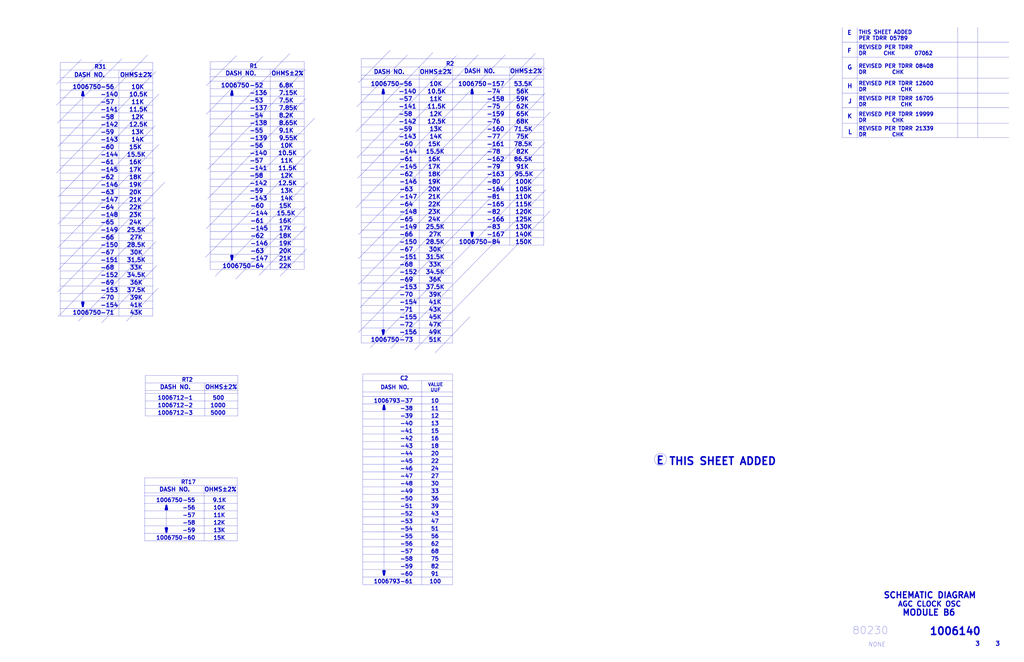
<source format=kicad_sch>
(kicad_sch (version 20211123) (generator eeschema)
  (paper "D")
  (polyline (pts (xy 50.8 152.4) (xy 128.905 152.4)) (stroke (width 0) (type solid)))
  (polyline (pts (xy 50.8 266.7) (xy 128.905 266.7)) (stroke (width 0) (type solid)))
  (polyline (pts (xy 194.945 80.01) (xy 195.58 76.835)) (stroke (width 1.524) (type solid)))
  (polyline (pts (xy 50.8 209.55) (xy 128.905 209.55)) (stroke (width 0) (type solid)))
  (polyline (pts (xy 47.625 146.05) (xy 131.445 60.325)) (stroke (width 0) (type solid)))
  (polyline (pts (xy 140.97 445.77) (xy 140.335 448.945)) (stroke (width 1.524) (type solid)))
  (polyline (pts (xy 177.165 64.77) (xy 256.54 64.77)) (stroke (width 0) (type solid)))
  (polyline (pts (xy 306.07 398.145) (xy 381.635 398.145)) (stroke (width 0) (type solid)))
  (polyline (pts (xy 122.555 316.865) (xy 122.555 351.155)) (stroke (width 0) (type solid)))
  (polyline (pts (xy 257.81 58.42) (xy 175.26 142.875)) (stroke (width 0) (type solid)))
  (polyline (pts (xy 306.07 330.835) (xy 381.635 330.835)) (stroke (width 0) (type solid)))
  (polyline (pts (xy 323.85 342.265) (xy 324.485 345.44)) (stroke (width 1.524) (type solid)))
  (polyline (pts (xy 50.8 69.85) (xy 128.905 69.85)) (stroke (width 0) (type solid)))
  (polyline (pts (xy 824.611 23.114) (xy 824.611 116.205)) (stroke (width 0) (type solid)))
  (polyline (pts (xy 300.99 90.17) (xy 343.535 46.355)) (stroke (width 0) (type solid)))
  (polyline (pts (xy 304.8 213.36) (xy 381 213.36)) (stroke (width 0) (type solid)))
  (polyline (pts (xy 66.04 271.145) (xy 131.445 203.835)) (stroke (width 0) (type solid)))
  (polyline (pts (xy 196.215 215.9) (xy 195.58 219.075)) (stroke (width 1.524) (type solid)))
  (polyline (pts (xy 464.185 94.615) (xy 303.53 259.715)) (stroke (width 0) (type solid)))
  (polyline (pts (xy 177.165 151.13) (xy 256.54 151.13)) (stroke (width 0) (type solid)))
  (polyline (pts (xy 304.8 175.26) (xy 458.47 175.26)) (stroke (width 0) (type solid)))
  (polyline (pts (xy 177.165 214.63) (xy 256.54 214.63)) (stroke (width 0) (type solid)))
  (polyline (pts (xy 381.635 315.595) (xy 306.07 315.595)) (stroke (width 0) (type solid)))
  (polyline (pts (xy 302.26 198.12) (xy 451.485 45.085)) (stroke (width 0) (type solid)))
  (polyline (pts (xy 323.215 481.965) (xy 324.485 481.965)) (stroke (width 1.524) (type solid)))
  (polyline (pts (xy 304.8 56.515) (xy 458.47 56.515)) (stroke (width 0) (type solid)))
  (polyline (pts (xy 304.8 181.61) (xy 458.47 181.61)) (stroke (width 0) (type solid)))
  (polyline (pts (xy 177.165 138.43) (xy 256.54 138.43)) (stroke (width 0) (type solid)))
  (polyline (pts (xy 122.555 323.215) (xy 200.66 323.215)) (stroke (width 0) (type solid)))
  (polyline (pts (xy 130.81 183.515) (xy 48.895 267.335)) (stroke (width 0) (type solid)))
  (polyline (pts (xy 198.755 235.585) (xy 257.81 174.625)) (stroke (width 0) (type solid)))
  (polyline (pts (xy 459.74 142.24) (xy 312.42 293.37)) (stroke (width 0) (type solid)))
  (polyline (pts (xy 710.311 116.205) (xy 850.9 116.205)) (stroke (width 0) (type solid)))
  (polyline (pts (xy 195.58 76.835) (xy 195.58 219.71)) (stroke (width 0) (type solid)))
  (polyline (pts (xy 70.485 255.27) (xy 69.85 258.445)) (stroke (width 1.524) (type solid)))
  (polyline (pts (xy 86.36 50.165) (xy 47.625 88.9)) (stroke (width 0) (type solid)))
  (polyline (pts (xy 133.985 79.375) (xy 48.895 166.37)) (stroke (width 0) (type solid)))
  (polyline (pts (xy 304.8 156.21) (xy 458.47 156.21)) (stroke (width 0) (type solid)))
  (polyline (pts (xy 302.26 280.67) (xy 459.74 120.015)) (stroke (width 0) (type solid)))
  (polyline (pts (xy 305.435 276.86) (xy 381.635 276.86)) (stroke (width 0) (type solid)))
  (polyline (pts (xy 306.07 353.695) (xy 381.635 353.695)) (stroke (width 0) (type solid)))
  (polyline (pts (xy 306.07 467.995) (xy 381.635 467.995)) (stroke (width 0) (type solid)))
  (polyline (pts (xy 304.8 118.11) (xy 458.47 118.11)) (stroke (width 0) (type solid)))
  (polyline (pts (xy 177.165 106.68) (xy 256.54 106.68)) (stroke (width 0) (type solid)))
  (polyline (pts (xy 50.8 190.5) (xy 128.905 190.5)) (stroke (width 0) (type solid)))
  (polyline (pts (xy 50.8 158.75) (xy 128.905 158.75)) (stroke (width 0) (type solid)))
  (polyline (pts (xy 464.185 177.8) (xy 349.885 295.275)) (stroke (width 0) (type solid)))
  (polyline (pts (xy 175.895 115.57) (xy 244.475 45.085)) (stroke (width 0) (type solid)))
  (polyline (pts (xy 304.8 226.06) (xy 381 226.06)) (stroke (width 0) (type solid)))
  (polyline (pts (xy 121.92 415.925) (xy 200.025 415.925)) (stroke (width 0) (type solid)))
  (polyline (pts (xy 256.54 227.33) (xy 256.54 52.07)) (stroke (width 0) (type solid)))
  (polyline (pts (xy 300.99 133.35) (xy 384.81 46.99)) (stroke (width 0) (type solid)))
  (polyline (pts (xy 121.92 403.225) (xy 200.025 403.225)) (stroke (width 0) (type solid)))
  (polyline (pts (xy 48.26 104.14) (xy 102.87 49.53)) (stroke (width 0) (type solid)))
  (polyline (pts (xy 173.99 72.39) (xy 199.39 46.99)) (stroke (width 0) (type solid)))
  (polyline (pts (xy 195.58 219.075) (xy 194.945 215.9)) (stroke (width 1.524) (type solid)))
  (polyline (pts (xy 305.435 270.51) (xy 381.635 270.51)) (stroke (width 0) (type solid)))
  (polyline (pts (xy 304.8 124.46) (xy 458.47 124.46)) (stroke (width 0) (type solid)))
  (polyline (pts (xy 306.07 321.31) (xy 381.635 321.31)) (stroke (width 0) (type solid)))
  (polyline (pts (xy 69.85 78.105) (xy 69.85 259.08)) (stroke (width 0) (type solid)))
  (polyline (pts (xy 710.311 104.14) (xy 850.9 104.14)) (stroke (width 0) (type solid)))
  (polyline (pts (xy 710.311 90.805) (xy 850.9 90.805)) (stroke (width 0) (type solid)))
  (polyline (pts (xy 50.8 234.95) (xy 128.905 234.95)) (stroke (width 0) (type solid)))
  (polyline (pts (xy 50.8 59.055) (xy 128.905 59.055)) (stroke (width 0) (type solid)))
  (polyline (pts (xy 398.78 196.215) (xy 398.145 199.39)) (stroke (width 1.524) (type solid)))
  (polyline (pts (xy 177.165 125.73) (xy 256.54 125.73)) (stroke (width 0) (type solid)))
  (polyline (pts (xy 398.145 199.39) (xy 397.51 196.215)) (stroke (width 1.524) (type solid)))
  (polyline (pts (xy 50.8 184.15) (xy 128.905 184.15)) (stroke (width 0) (type solid)))
  (polyline (pts (xy 723.011 23.114) (xy 723.011 116.205)) (stroke (width 0) (type solid)))
  (polyline (pts (xy 306.07 315.595) (xy 306.07 493.395)) (stroke (width 0) (type solid)))
  (polyline (pts (xy 177.165 52.07) (xy 256.54 52.07)) (stroke (width 0) (type solid)))
  (polyline (pts (xy 304.8 289.56) (xy 381.635 289.56)) (stroke (width 0) (type solid)))
  (polyline (pts (xy 306.07 493.395) (xy 381.635 493.395)) (stroke (width 0) (type solid)))
  (polyline (pts (xy 50.8 127) (xy 128.905 127)) (stroke (width 0) (type solid)))
  (polyline (pts (xy 328.93 42.545) (xy 302.26 69.85)) (stroke (width 0) (type solid)))
  (polyline (pts (xy 322.58 278.765) (xy 323.85 278.765)) (stroke (width 1.524) (type solid)))
  (polyline (pts (xy 70.485 80.645) (xy 69.215 80.645)) (stroke (width 1.524) (type solid)))
  (polyline (pts (xy 323.85 78.74) (xy 322.58 78.74)) (stroke (width 1.524) (type solid)))
  (polyline (pts (xy 329.565 294.005) (xy 460.375 160.02)) (stroke (width 0) (type solid)))
  (polyline (pts (xy 177.165 58.42) (xy 256.54 58.42)) (stroke (width 0) (type solid)))
  (polyline (pts (xy 367.03 297.815) (xy 396.24 267.335)) (stroke (width 0) (type solid)))
  (polyline (pts (xy 124.46 46.355) (xy 48.895 123.825)) (stroke (width 0) (type solid)))
  (polyline (pts (xy 121.92 409.575) (xy 200.025 409.575)) (stroke (width 0) (type solid)))
  (polyline (pts (xy 306.07 480.695) (xy 381.635 480.695)) (stroke (width 0) (type solid)))
  (polyline (pts (xy 121.92 431.165) (xy 200.025 431.165)) (stroke (width 0) (type solid)))
  (polyline (pts (xy 398.145 75.565) (xy 398.145 200.025)) (stroke (width 0) (type solid)))
  (polyline (pts (xy 50.8 52.705) (xy 50.8 266.7)) (stroke (width 0) (type solid)))
  (polyline (pts (xy 323.85 278.765) (xy 323.215 281.94)) (stroke (width 1.524) (type solid)))
  (polyline (pts (xy 306.07 379.095) (xy 381.635 379.095)) (stroke (width 0) (type solid)))
  (polyline (pts (xy 459.74 57.15) (xy 302.26 218.44)) (stroke (width 0) (type solid)))
  (polyline (pts (xy 128.905 52.705) (xy 128.905 266.7)) (stroke (width 0) (type solid)))
  (polyline (pts (xy 177.165 201.93) (xy 256.54 201.93)) (stroke (width 0) (type solid)))
  (polyline (pts (xy 304.8 200.66) (xy 458.47 200.66)) (stroke (width 0) (type solid)))
  (polyline (pts (xy 177.165 176.53) (xy 256.54 176.53)) (stroke (width 0) (type solid)))
  (polyline (pts (xy 304.8 251.46) (xy 381 251.46)) (stroke (width 0) (type solid)))
  (polyline (pts (xy 50.8 88.9) (xy 128.905 88.9)) (stroke (width 0) (type solid)))
  (polyline (pts (xy 323.85 342.265) (xy 323.85 485.775)) (stroke (width 0) (type solid)))
  (polyline (pts (xy 323.215 75.565) (xy 323.85 78.74)) (stroke (width 1.524) (type solid)))
  (polyline (pts (xy 50.8 171.45) (xy 128.905 171.45)) (stroke (width 0) (type solid)))
  (polyline (pts (xy 304.8 187.96) (xy 458.47 187.96)) (stroke (width 0) (type solid)))
  (polyline (pts (xy 381.635 315.595) (xy 381.635 493.395)) (stroke (width 0) (type solid)))
  (polyline (pts (xy 50.8 215.9) (xy 128.905 215.9)) (stroke (width 0) (type solid)))
  (polyline (pts (xy 177.165 163.83) (xy 256.54 163.83)) (stroke (width 0) (type solid)))
  (polyline (pts (xy 177.165 81.28) (xy 256.54 81.28)) (stroke (width 0) (type solid)))
  (polyline (pts (xy 710.311 23.114) (xy 710.311 116.205)) (stroke (width 0) (type solid)))
  (polyline (pts (xy 177.165 93.98) (xy 256.54 93.98)) (stroke (width 0) (type solid)))
  (polyline (pts (xy 139.7 445.77) (xy 140.97 445.77)) (stroke (width 1.524) (type solid)))
  (polyline (pts (xy 258.445 191.135) (xy 218.44 232.41)) (stroke (width 0) (type solid)))
  (polyline (pts (xy 69.85 77.47) (xy 70.485 80.645)) (stroke (width 1.524) (type solid)))
  (polyline (pts (xy 306.07 436.245) (xy 381.635 436.245)) (stroke (width 0) (type solid)))
  (polyline (pts (xy 200.66 316.865) (xy 200.66 351.155)) (stroke (width 0) (type solid)))
  (polyline (pts (xy 172.085 409.575) (xy 172.085 456.565)) (stroke (width 0) (type solid)))
  (polyline (pts (xy 306.07 410.845) (xy 381.635 410.845)) (stroke (width 0) (type solid)))
  (polyline (pts (xy 304.8 105.41) (xy 458.47 105.41)) (stroke (width 0) (type solid)))
  (polyline (pts (xy 306.07 461.645) (xy 381.635 461.645)) (stroke (width 0) (type solid)))
  (polyline (pts (xy 140.335 426.72) (xy 140.97 429.895)) (stroke (width 1.524) (type solid)))
  (polyline (pts (xy 458.47 49.53) (xy 304.8 49.53)) (stroke (width 0) (type solid)))
  (polyline (pts (xy 306.07 429.895) (xy 381.635 429.895)) (stroke (width 0) (type solid)))
  (polyline (pts (xy 69.215 255.27) (xy 70.485 255.27)) (stroke (width 1.524) (type solid)))
  (polyline (pts (xy 710.311 66.04) (xy 850.9 66.04)) (stroke (width 0) (type solid)))
  (polyline (pts (xy 304.8 149.86) (xy 458.47 149.86)) (stroke (width 0) (type solid)))
  (polyline (pts (xy 177.165 119.38) (xy 256.54 119.38)) (stroke (width 0) (type solid)))
  (polyline (pts (xy 306.07 487.045) (xy 381.635 487.045)) (stroke (width 0) (type solid)))
  (polyline (pts (xy 100.33 59.055) (xy 100.33 266.7)) (stroke (width 0) (type solid)))
  (polyline (pts (xy 306.07 391.795) (xy 381.635 391.795)) (stroke (width 0) (type solid)))
  (polyline (pts (xy 50.8 95.25) (xy 128.905 95.25)) (stroke (width 0) (type solid)))
  (polyline (pts (xy 140.97 429.895) (xy 139.7 429.895)) (stroke (width 1.524) (type solid)))
  (polyline (pts (xy 132.08 224.155) (xy 85.725 272.415)) (stroke (width 0) (type solid)))
  (polyline (pts (xy 323.85 485.14) (xy 323.215 481.965)) (stroke (width 1.524) (type solid)))
  (polyline (pts (xy 306.07 423.545) (xy 381.635 423.545)) (stroke (width 0) (type solid)))
  (polyline (pts (xy 306.07 455.295) (xy 381.635 455.295)) (stroke (width 0) (type solid)))
  (polyline (pts (xy 50.8 241.3) (xy 128.905 241.3)) (stroke (width 0) (type solid)))
  (polyline (pts (xy 177.165 144.78) (xy 256.54 144.78)) (stroke (width 0) (type solid)))
  (polyline (pts (xy 122.555 329.565) (xy 200.66 329.565)) (stroke (width 0) (type solid)))
  (polyline (pts (xy 304.8 99.06) (xy 458.47 99.06)) (stroke (width 0) (type solid)))
  (polyline (pts (xy 306.07 385.445) (xy 381.635 385.445)) (stroke (width 0) (type solid)))
  (polyline (pts (xy 177.165 227.33) (xy 256.54 227.33)) (stroke (width 0) (type solid)))
  (polyline (pts (xy 50.8 101.6) (xy 128.905 101.6)) (stroke (width 0) (type solid)))
  (polyline (pts (xy 306.07 360.045) (xy 381.635 360.045)) (stroke (width 0) (type solid)))
  (polyline (pts (xy 304.8 80.01) (xy 458.47 80.01)) (stroke (width 0) (type solid)))
  (polyline (pts (xy 306.07 474.345) (xy 381.635 474.345)) (stroke (width 0) (type solid)))
  (polyline (pts (xy 130.81 106.045) (xy 48.895 189.23)) (stroke (width 0) (type solid)))
  (polyline (pts (xy 175.26 167.64) (xy 257.81 83.185)) (stroke (width 0) (type solid)))
  (polyline (pts (xy 236.22 233.045) (xy 258.445 210.185)) (stroke (width 0) (type solid)))
  (polyline (pts (xy 121.92 437.515) (xy 200.025 437.515)) (stroke (width 0) (type solid)))
  (polyline (pts (xy 50.8 120.65) (xy 128.905 120.65)) (stroke (width 0) (type solid)))
  (polyline (pts (xy 69.85 258.445) (xy 69.215 255.27)) (stroke (width 1.524) (type solid)))
  (polyline (pts (xy 196.215 80.01) (xy 194.945 80.01)) (stroke (width 1.524) (type solid)))
  (polyline (pts (xy 50.8 107.95) (xy 128.905 107.95)) (stroke (width 0) (type solid)))
  (polyline (pts (xy 50.8 165.1) (xy 128.905 165.1)) (stroke (width 0) (type solid)))
  (polyline (pts (xy 177.165 189.23) (xy 256.54 189.23)) (stroke (width 0) (type solid)))
  (polyline (pts (xy 122.555 351.155) (xy 200.66 351.155)) (stroke (width 0) (type solid)))
  (polyline (pts (xy 50.8 146.05) (xy 128.905 146.05)) (stroke (width 0) (type solid)))
  (polyline (pts (xy 177.165 68.58) (xy 256.54 68.58)) (stroke (width 0) (type solid)))
  (polyline (pts (xy 458.47 49.53) (xy 458.47 207.01)) (stroke (width 0) (type solid)))
  (polyline (pts (xy 50.8 228.6) (xy 128.905 228.6)) (stroke (width 0) (type solid)))
  (polyline (pts (xy 172.72 323.215) (xy 172.72 351.155)) (stroke (width 0) (type solid)))
  (polyline (pts (xy 304.8 66.675) (xy 458.47 66.675)) (stroke (width 0) (type solid)))
  (polyline (pts (xy 50.8 203.2) (xy 128.905 203.2)) (stroke (width 0) (type solid)))
  (polyline (pts (xy 177.165 170.18) (xy 256.54 170.18)) (stroke (width 0) (type solid)))
  (polyline (pts (xy 304.8 137.16) (xy 458.47 137.16)) (stroke (width 0) (type solid)))
  (polyline (pts (xy 194.945 215.9) (xy 196.215 215.9)) (stroke (width 1.524) (type solid)))
  (polyline (pts (xy 177.165 100.33) (xy 256.54 100.33)) (stroke (width 0) (type solid)))
  (polyline (pts (xy 128.905 52.705) (xy 50.8 52.705)) (stroke (width 0) (type solid)))
  (polyline (pts (xy 121.92 456.565) (xy 200.025 456.565)) (stroke (width 0) (type solid)))
  (polyline (pts (xy 259.715 153.67) (xy 181.61 233.045)) (stroke (width 0) (type solid)))
  (polyline (pts (xy 398.78 78.74) (xy 397.51 78.74)) (stroke (width 1.524) (type solid)))
  (polyline (pts (xy 140.335 448.945) (xy 139.7 445.77)) (stroke (width 1.524) (type solid)))
  (polyline (pts (xy 710.311 48.26) (xy 850.9 48.26)) (stroke (width 0) (type solid)))
  (polyline (pts (xy 710.311 35.56) (xy 850.9 35.56)) (stroke (width 0) (type solid)))
  (polyline (pts (xy 50.8 254) (xy 128.905 254)) (stroke (width 0) (type solid)))
  (polyline (pts (xy 322.58 78.74) (xy 323.215 75.565)) (stroke (width 1.524) (type solid)))
  (polyline (pts (xy 304.8 130.81) (xy 458.47 130.81)) (stroke (width 0) (type solid)))
  (polyline (pts (xy 177.165 195.58) (xy 256.54 195.58)) (stroke (width 0) (type solid)))
  (polyline (pts (xy 324.485 345.44) (xy 323.215 345.44)) (stroke (width 1.524) (type solid)))
  (polyline (pts (xy 177.165 132.08) (xy 256.54 132.08)) (stroke (width 0) (type solid)))
  (polyline (pts (xy 306.07 347.345) (xy 381.635 347.345)) (stroke (width 0) (type solid)))
  (polyline (pts (xy 177.165 208.28) (xy 256.54 208.28)) (stroke (width 0) (type solid)))
  (polyline (pts (xy 323.215 281.94) (xy 322.58 278.765)) (stroke (width 1.524) (type solid)))
  (polyline (pts (xy 355.6 493.395) (xy 355.6 321.31)) (stroke (width 0) (type solid)))
  (polyline (pts (xy 398.145 75.565) (xy 398.78 78.74)) (stroke (width 1.524) (type solid)))
  (polyline (pts (xy 397.51 196.215) (xy 398.78 196.215)) (stroke (width 1.524) (type solid)))
  (polyline (pts (xy 177.165 182.88) (xy 256.54 182.88)) (stroke (width 0) (type solid)))
  (polyline (pts (xy 304.8 49.53) (xy 304.8 289.56)) (stroke (width 0) (type solid)))
  (polyline (pts (xy 177.165 113.03) (xy 256.54 113.03)) (stroke (width 0) (type solid)))
  (polyline (pts (xy 397.51 78.74) (xy 398.145 75.565)) (stroke (width 1.524) (type solid)))
  (polyline (pts (xy 304.8 194.31) (xy 458.47 194.31)) (stroke (width 0) (type solid)))
  (polyline (pts (xy 130.175 144.78) (xy 49.53 227.33)) (stroke (width 0) (type solid)))
  (polyline (pts (xy 195.58 76.835) (xy 196.215 80.01)) (stroke (width 1.524) (type solid)))
  (polyline (pts (xy 324.485 481.965) (xy 323.85 485.14)) (stroke (width 1.524) (type solid)))
  (polyline (pts (xy 50.8 260.35) (xy 128.905 260.35)) (stroke (width 0) (type solid)))
  (polyline (pts (xy 50.8 114.3) (xy 128.905 114.3)) (stroke (width 0) (type solid)))
  (polyline (pts (xy 106.68 271.145) (xy 133.35 243.205)) (stroke (width 0) (type solid)))
  (polyline (pts (xy 177.165 74.93) (xy 256.54 74.93)) (stroke (width 0) (type solid)))
  (polyline (pts (xy 304.8 92.71) (xy 458.47 92.71)) (stroke (width 0) (type solid)))
  (polyline (pts (xy 304.8 232.41) (xy 381 232.41)) (stroke (width 0) (type solid)))
  (polyline (pts (xy 304.8 162.56) (xy 458.47 162.56)) (stroke (width 0) (type solid)))
  (polyline (pts (xy 121.92 418.465) (xy 200.025 418.465)) (stroke (width 0) (type solid)))
  (polyline (pts (xy 139.7 429.895) (xy 140.335 426.72)) (stroke (width 1.524) (type solid)))
  (polyline (pts (xy 304.8 111.76) (xy 458.47 111.76)) (stroke (width 0) (type solid)))
  (polyline (pts (xy 265.43 99.695) (xy 173.99 193.04)) (stroke (width 0) (type solid)))
  (polyline (pts (xy 306.07 442.595) (xy 381.635 442.595)) (stroke (width 0) (type solid)))
  (polyline (pts (xy 140.335 426.085) (xy 140.335 449.58)) (stroke (width 0) (type solid)))
  (polyline (pts (xy 306.07 334.645) (xy 381.635 334.645)) (stroke (width 0) (type solid)))
  (polyline (pts (xy 304.8 143.51) (xy 458.47 143.51)) (stroke (width 0) (type solid)))
  (polyline (pts (xy 306.07 366.395) (xy 381.635 366.395)) (stroke (width 0) (type solid)))
  (polyline (pts (xy 306.07 404.495) (xy 381.635 404.495)) (stroke (width 0) (type solid)))
  (polyline (pts (xy 304.8 168.91) (xy 458.47 168.91)) (stroke (width 0) (type solid)))
  (polyline (pts (xy 304.8 257.81) (xy 381 257.81)) (stroke (width 0) (type solid)))
  (polyline (pts (xy 305.435 283.21) (xy 381.635 283.21)) (stroke (width 0) (type solid)))
  (polyline (pts (xy 304.8 63.5) (xy 458.47 63.5)) (stroke (width 0) (type solid)))
  (polyline (pts (xy 304.8 207.01) (xy 458.47 207.01)) (stroke (width 0) (type solid)))
  (polyline (pts (xy 306.07 340.995) (xy 381.635 340.995)) (stroke (width 0) (type solid)))
  (polyline (pts (xy 323.215 345.44) (xy 323.85 342.265)) (stroke (width 1.524) (type solid)))
  (polyline (pts (xy 50.8 139.7) (xy 128.905 139.7)) (stroke (width 0) (type solid)))
  (polyline (pts (xy 304.8 73.66) (xy 458.47 73.66)) (stroke (width 0) (type solid)))
  (polyline (pts (xy 306.07 417.195) (xy 381.635 417.195)) (stroke (width 0) (type solid)))
  (polyline (pts (xy 426.085 46.355) (xy 300.355 175.26)) (stroke (width 0) (type solid)))
  (polyline (pts (xy 48.895 246.38) (xy 139.065 153.67)) (stroke (width 0) (type solid)))
  (polyline (pts (xy 306.07 372.745) (xy 381.635 372.745)) (stroke (width 0) (type solid)))
  (polyline (pts (xy 121.92 450.215) (xy 200.025 450.215)) (stroke (width 0) (type solid)))
  (polyline (pts (xy 227.965 58.42) (xy 227.965 227.33)) (stroke (width 0) (type solid)))
  (polyline (pts (xy 200.025 403.225) (xy 200.025 456.565)) (stroke (width 0) (type solid)))
  (polyline (pts (xy 122.555 332.105) (xy 200.66 332.105)) (stroke (width 0) (type solid)))
  (polyline (pts (xy 50.8 82.55) (xy 128.905 82.55)) (stroke (width 0) (type solid)))
  (polyline (pts (xy 122.555 316.865) (xy 200.66 316.865)) (stroke (width 0) (type solid)))
  (polyline (pts (xy 122.555 338.455) (xy 200.66 338.455)) (stroke (width 0) (type solid)))
  (polyline (pts (xy 50.8 247.65) (xy 128.905 247.65)) (stroke (width 0) (type solid)))
  (polyline (pts (xy 50.8 76.2) (xy 128.905 76.2)) (stroke (width 0) (type solid)))
  (polyline (pts (xy 69.215 80.645) (xy 69.85 77.47)) (stroke (width 1.524) (type solid)))
  (polyline (pts (xy 121.92 443.865) (xy 200.025 443.865)) (stroke (width 0) (type solid)))
  (polyline (pts (xy 177.165 52.07) (xy 177.165 227.33)) (stroke (width 0) (type solid)))
  (polyline (pts (xy 429.895 56.515) (xy 429.895 207.01)) (stroke (width 0) (type solid)))
  (polyline (pts (xy 122.555 344.805) (xy 200.66 344.805)) (stroke (width 0) (type solid)))
  (polyline (pts (xy 304.8 245.11) (xy 381 245.11)) (stroke (width 0) (type solid)))
  (polyline (pts (xy 710.311 78.74) (xy 850.9 78.74)) (stroke (width 0) (type solid)))
  (polyline (pts (xy 121.92 424.815) (xy 200.025 424.815)) (stroke (width 0) (type solid)))
  (polyline (pts (xy 177.165 157.48) (xy 256.54 157.48)) (stroke (width 0) (type solid)))
  (polyline (pts (xy 807.72 23.114) (xy 807.72 116.205)) (stroke (width 0) (type solid)))
  (polyline (pts (xy 50.8 196.85) (xy 128.905 196.85)) (stroke (width 0) (type solid)))
  (polyline (pts (xy 50.8 177.8) (xy 128.905 177.8)) (stroke (width 0) (type solid)))
  (polyline (pts (xy 304.8 219.71) (xy 381 219.71)) (stroke (width 0) (type solid)))
  (polyline (pts (xy 323.215 75.565) (xy 323.215 282.575)) (stroke (width 0) (type solid)))
  (polyline (pts (xy 353.695 56.515) (xy 353.695 289.56)) (stroke (width 0) (type solid)))
  (polyline (pts (xy 306.07 448.945) (xy 381.635 448.945)) (stroke (width 0) (type solid)))
  (polyline (pts (xy 50.8 65.405) (xy 128.905 65.405)) (stroke (width 0) (type solid)))
  (polyline (pts (xy 50.8 222.25) (xy 128.905 222.25)) (stroke (width 0) (type solid)))
  (polyline (pts (xy 302.26 240.03) (xy 459.74 78.74)) (stroke (width 0) (type solid)))
  (polyline (pts (xy 177.165 220.98) (xy 256.54 220.98)) (stroke (width 0) (type solid)))
  (polyline (pts (xy 304.8 86.36) (xy 458.47 86.36)) (stroke (width 0) (type solid)))
  (polyline (pts (xy 50.8 133.35) (xy 128.905 133.35)) (stroke (width 0) (type solid)))
  (polyline (pts (xy 121.92 403.225) (xy 121.92 456.565)) (stroke (width 0) (type solid)))
  (polyline (pts (xy 403.225 46.355) (xy 301.625 150.495)) (stroke (width 0) (type solid)))
  (polyline (pts (xy 381.635 56.515) (xy 381.635 289.56)) (stroke (width 0) (type solid)))
  (polyline (pts (xy 48.895 208.915) (xy 133.985 121.92)) (stroke (width 0) (type solid)))
  (polyline (pts (xy 304.8 238.76) (xy 381 238.76)) (stroke (width 0) (type solid)))
  (polyline (pts (xy 304.8 264.16) (xy 381 264.16)) (stroke (width 0) (type solid)))
  (polyline (pts (xy 221.615 47.625) (xy 173.99 96.52)) (stroke (width 0) (type solid)))
  (polyline (pts (xy 173.355 217.17) (xy 262.255 126.365)) (stroke (width 0) (type solid)))
  (polyline (pts (xy 365.125 44.45) (xy 300.355 111.125)) (stroke (width 0) (type solid)))
  (polyline (pts (xy 47.625 71.12) (xy 68.58 50.165)) (stroke (width 0) (type solid)))
  (polyline (pts (xy 177.165 87.63) (xy 256.54 87.63)) (stroke (width 0) (type solid)))
  (text "-156" (at 336.55 282.575 0) (effects (font (size 3.556 3.556) (thickness 0.7112) bold) (justify left bottom)))
  (text "-69" (at 336.55 238.125 0) (effects (font (size 3.556 3.556) (thickness 0.7112) bold) (justify left bottom)))
  (text "-58" (at 153.67 443.23 0) (effects (font (size 3.302 3.302) (thickness 0.6604) bold) (justify left bottom)))
  (text "-55" (at 337.185 454.66 0) (effects (font (size 3.302 3.302) (thickness 0.6604) bold) (justify left bottom)))
  (text "-71" (at 84.455 266.065 0) (effects (font (size 3.556 3.556) (thickness 0.7112) bold) (justify left bottom)))
  (text "REVISED PER TDRR 12600\nDR            CHK" (at 723.9 77.47 0) (effects (font (size 3.175 3.175) (thickness 0.635) bold) (justify left bottom)))
  (text "-70" (at 336.55 250.825 0) (effects (font (size 3.556 3.556) (thickness 0.7112) bold) (justify left bottom)))
  (text "-77" (at 410.21 117.475 0) (effects (font (size 3.556 3.556) (thickness 0.7112) bold) (justify left bottom)))
  (text "-57" (at 335.915 85.725 0) (effects (font (size 3.556 3.556) (thickness 0.7112) bold) (justify left bottom)))
  (text "12K" (at 361.95 98.425 0) (effects (font (size 3.556 3.556) (thickness 0.7112) bold) (justify left bottom)))
  (text "-61" (at 210.82 188.595 0) (effects (font (size 3.556 3.556) (thickness 0.7112) bold) (justify left bottom)))
  (text "-53" (at 210.185 86.995 0) (effects (font (size 3.556 3.556) (thickness 0.7112) bold) (justify left bottom)))
  (text "11.5K" (at 234.315 144.145 0) (effects (font (size 3.556 3.556) (thickness 0.7112) bold) (justify left bottom)))
  (text "-65" (at 336.55 187.325 0) (effects (font (size 3.556 3.556) (thickness 0.7112) bold) (justify left bottom)))
  (text "-62" (at 336.55 149.225 0) (effects (font (size 3.556 3.556) (thickness 0.7112) bold) (justify left bottom)))
  (text "45K" (at 361.315 269.875 0) (effects (font (size 3.556 3.556) (thickness 0.7112) bold) (justify left bottom)))
  (text "15.5K" (at 233.045 182.245 0) (effects (font (size 3.556 3.556) (thickness 0.7112) bold) (justify left bottom)))
  (text "24K" (at 108.585 189.865 0) (effects (font (size 3.556 3.556) (thickness 0.7112) bold) (justify left bottom)))
  (text "-167" (at 410.21 200.025 0) (effects (font (size 3.556 3.556) (thickness 0.7112) bold) (justify left bottom)))
  (text "68" (at 363.22 467.36 0) (effects (font (size 3.302 3.302) (thickness 0.6604) bold) (justify left bottom)))
  (text "10.5K" (at 108.585 81.915 0) (effects (font (size 3.556 3.556) (thickness 0.7112) bold) (justify left bottom)))
  (text "33K" (at 361.315 225.425 0) (effects (font (size 3.556 3.556) (thickness 0.7112) bold) (justify left bottom)))
  (text "-140" (at 335.915 79.375 0) (effects (font (size 3.556 3.556) (thickness 0.7112) bold) (justify left bottom)))
  (text "-52" (at 337.185 435.61 0) (effects (font (size 3.302 3.302) (thickness 0.6604) bold) (justify left bottom)))
  (text "91K" (at 434.975 142.875 0) (effects (font (size 3.556 3.556) (thickness 0.7112) bold) (justify left bottom)))
  (text "REVISED PER TDRR 21339\nDR         CHK" (at 723.9 115.57 0) (effects (font (size 3.175 3.175) (thickness 0.635) bold) (justify left bottom)))
  (text "21K" (at 108.585 170.815 0) (effects (font (size 3.556 3.556) (thickness 0.7112) bold) (justify left bottom)))
  (text "-37" (at 337.185 340.36 0) (effects (font (size 3.302 3.302) (thickness 0.6604) bold) (justify left bottom)))
  (text "62K" (at 434.975 92.075 0) (effects (font (size 3.556 3.556) (thickness 0.7112) bold) (justify left bottom)))
  (text "THIS SHEET ADDED" (at 563.88 393.065 0) (effects (font (size 6.35 6.35) (thickness 1.27) bold) (justify left bottom)))
  (text "R1" (at 210.185 57.785 0) (effects (font (size 3.302 3.302) (thickness 0.6604) bold) (justify left bottom)))
  (text "-136" (at 210.185 80.645 0) (effects (font (size 3.556 3.556) (thickness 0.7112) bold) (justify left bottom)))
  (text "-58" (at 337.185 473.71 0) (effects (font (size 3.302 3.302) (thickness 0.6604) bold) (justify left bottom)))
  (text "1000" (at 177.165 344.17 0) (effects (font (size 3.302 3.302) (thickness 0.6604) bold) (justify left bottom)))
  (text "10K" (at 361.95 73.025 0) (effects (font (size 3.556 3.556) (thickness 0.7112) bold) (justify left bottom)))
  (text "12.5K" (at 108.585 107.315 0) (effects (font (size 3.556 3.556) (thickness 0.7112) bold) (justify left bottom)))
  (text "-60" (at 210.82 175.895 0) (effects (font (size 3.556 3.556) (thickness 0.7112) bold) (justify left bottom)))
  (text "-43" (at 337.185 378.46 0) (effects (font (size 3.302 3.302) (thickness 0.6604) bold) (justify left bottom)))
  (text "51K" (at 361.315 288.925 0) (effects (font (size 3.556 3.556) (thickness 0.7112) bold) (justify left bottom)))
  (text "82K" (at 434.975 130.175 0) (effects (font (size 3.556 3.556) (thickness 0.7112) bold) (justify left bottom)))
  (text "DASH NO." (at 314.96 62.865 0) (effects (font (size 3.556 3.556) (thickness 0.7112) bold) (justify left bottom)))
  (text "-142" (at 84.455 107.315 0) (effects (font (size 3.556 3.556) (thickness 0.7112) bold) (justify left bottom)))
  (text "-147" (at 84.455 170.815 0) (effects (font (size 3.556 3.556) (thickness 0.7112) bold) (justify left bottom)))
  (text "33" (at 363.22 416.56 0) (effects (font (size 3.302 3.302) (thickness 0.6604) bold) (justify left bottom)))
  (text "-69" (at 84.455 240.665 0) (effects (font (size 3.556 3.556) (thickness 0.7112) bold) (justify left bottom)))
  (text "-137" (at 210.185 93.345 0) (effects (font (size 3.556 3.556) (thickness 0.7112) bold) (justify left bottom)))
  (text "-44" (at 337.185 384.81 0) (effects (font (size 3.302 3.302) (thickness 0.6604) bold) (justify left bottom)))
  (text "K" (at 714.375 100.33 0) (effects (font (size 3.556 3.556) (thickness 0.7112) bold) (justify left bottom)))
  (text "-56" (at 153.67 430.53 0) (effects (font (size 3.302 3.302) (thickness 0.6604) bold) (justify left bottom)))
  (text "-60" (at 336.55 123.825 0) (effects (font (size 3.556 3.556) (thickness 0.7112) bold) (justify left bottom)))
  (text "115K" (at 434.34 174.625 0) (effects (font (size 3.556 3.556) (thickness 0.7112) bold) (justify left bottom)))
  (text "-59" (at 335.915 111.125 0) (effects (font (size 3.556 3.556) (thickness 0.7112) bold) (justify left bottom)))
  (text "-148" (at 84.455 183.515 0) (effects (font (size 3.556 3.556) (thickness 0.7112) bold) (justify left bottom)))
  (text "31.5K" (at 106.68 221.615 0) (effects (font (size 3.556 3.556) (thickness 0.7112) bold) (justify left bottom)))
  (text "78.5K" (at 433.07 123.825 0) (effects (font (size 3.556 3.556) (thickness 0.7112) bold) (justify left bottom)))
  (text "1006750" (at 60.96 75.565 0) (effects (font (size 3.556 3.556) (thickness 0.7112) bold) (justify left bottom)))
  (text "-71" (at 336.55 263.525 0) (effects (font (size 3.556 3.556) (thickness 0.7112) bold) (justify left bottom)))
  (text "11.5K" (at 108.585 94.615 0) (effects (font (size 3.556 3.556) (thickness 0.7112) bold) (justify left bottom)))
  (text "65K" (at 434.975 98.425 0) (effects (font (size 3.556 3.556) (thickness 0.7112) bold) (justify left bottom)))
  (text "E" (at 553.085 392.43 0) (effects (font (size 6.35 6.35) (thickness 1.27) bold) (justify left bottom)))
  (text "15.5K" (at 106.68 132.715 0) (effects (font (size 3.556 3.556) (thickness 0.7112) bold) (justify left bottom)))
  (text "-141" (at 335.915 92.075 0) (effects (font (size 3.556 3.556) (thickness 0.7112) bold) (justify left bottom)))
  (text "18K" (at 108.585 151.765 0) (effects (font (size 3.556 3.556) (thickness 0.7112) bold) (justify left bottom)))
  (text "-67" (at 336.55 212.725 0) (effects (font (size 3.556 3.556) (thickness 0.7112) bold) (justify left bottom)))
  (text "-151" (at 84.455 221.615 0) (effects (font (size 3.556 3.556) (thickness 0.7112) bold) (justify left bottom)))
  (text "DASH NO." (at 320.675 328.93 0) (effects (font (size 3.302 3.302) (thickness 0.6604) bold) (justify left bottom)))
  (text "DASH NO." (at 133.985 415.29 0) (effects (font (size 3.556 3.556) (thickness 0.7112) bold) (justify left bottom)))
  (text "15.5K" (at 358.775 130.175 0) (effects (font (size 3.556 3.556) (thickness 0.7112) bold) (justify left bottom)))
  (text "◯" (at 549.91 394.335 0) (effects (font (size 10.16 10.16)) (justify left bottom)))
  (text "-143" (at 84.455 120.015 0) (effects (font (size 3.556 3.556) (thickness 0.7112) bold) (justify left bottom)))
  (text "56" (at 363.22 454.66 0) (effects (font (size 3.302 3.302) (thickness 0.6604) bold) (justify left bottom)))
  (text "-148" (at 336.55 180.975 0) (effects (font (size 3.556 3.556) (thickness 0.7112) bold) (justify left bottom)))
  (text "-54" (at 210.185 99.695 0) (effects (font (size 3.556 3.556) (thickness 0.7112) bold) (justify left bottom)))
  (text "12K" (at 110.49 100.965 0) (effects (font (size 3.556 3.556) (thickness 0.7112) bold) (justify left bottom)))
  (text "10.5K" (at 360.045 79.375 0) (effects (font (size 3.556 3.556) (thickness 0.7112) bold) (justify left bottom)))
  (text "-149" (at 84.455 196.215 0) (effects (font (size 3.556 3.556) (thickness 0.7112) bold) (justify left bottom)))
  (text "1006750" (at 131.445 455.93 0) (effects (font (size 3.302 3.302) (thickness 0.6604) bold) (justify left bottom)))
  (text "-78" (at 410.21 130.175 0) (effects (font (size 3.556 3.556) (thickness 0.7112) bold) (justify left bottom)))
  (text "-144" (at 84.455 132.715 0) (effects (font (size 3.556 3.556) (thickness 0.7112) bold) (justify left bottom)))
  (text "500" (at 179.07 337.82 0) (effects (font (size 3.302 3.302) (thickness 0.6604) bold) (justify left bottom)))
  (text "-162" (at 410.21 136.525 0) (effects (font (size 3.556 3.556) (thickness 0.7112) bold) (justify left bottom)))
  (text "-59" (at 337.185 480.06 0) (effects (font (size 3.302 3.302) (thickness 0.6604) bold) (justify left bottom)))
  (text "13K" (at 236.22 163.195 0) (effects (font (size 3.556 3.556) (thickness 0.7112) bold) (justify left bottom)))
  (text "-53" (at 337.185 441.96 0) (effects (font (size 3.302 3.302) (thickness 0.6604) bold) (justify left bottom)))
  (text "-138" (at 210.185 106.045 0) (effects (font (size 3.556 3.556) (thickness 0.7112) bold) (justify left bottom)))
  (text "1006712-3" (at 132.715 350.52 0) (effects (font (size 3.302 3.302) (thickness 0.6604) bold) (justify left bottom)))
  (text "-70" (at 84.455 253.365 0) (effects (font (size 3.556 3.556) (thickness 0.7112) bold) (justify left bottom)))
  (text "140K" (at 434.34 200.025 0) (effects (font (size 3.556 3.556) (thickness 0.7112) bold) (justify left bottom)))
  (text "RT2" (at 153.035 322.58 0) (effects (font (size 3.302 3.302) (thickness 0.6604) bold) (justify left bottom)))
  (text "DASH NO." (at 391.16 62.23 0) (effects (font (size 3.556 3.556) (thickness 0.7112) bold) (justify left bottom)))
  (text "-47" (at 337.185 403.86 0) (effects (font (size 3.302 3.302) (thickness 0.6604) bold) (justify left bottom)))
  (text "12.5K" (at 234.315 156.845 0) (effects (font (size 3.556 3.556) (thickness 0.7112) bold) (justify left bottom)))
  (text "-45" (at 337.185 391.16 0) (effects (font (size 3.302 3.302) (thickness 0.6604) bold) (justify left bottom)))
  (text "20" (at 363.22 384.81 0) (effects (font (size 3.302 3.302) (thickness 0.6604) bold) (justify left bottom)))
  (text "-146" (at 210.82 207.645 0) (effects (font (size 3.556 3.556) (thickness 0.7112) bold) (justify left bottom)))
  (text "1006750" (at 60.96 266.065 0) (effects (font (size 3.556 3.556) (thickness 0.7112) bold) (justify left bottom)))
  (text "37.5K" (at 358.775 244.475 0) (effects (font (size 3.556 3.556) (thickness 0.7112) bold) (justify left bottom)))
  (text "-46" (at 337.185 397.51 0) (effects (font (size 3.302 3.302) (thickness 0.6604) bold) (justify left bottom)))
  (text "1006750" (at 386.08 73.025 0) (effects (font (size 3.556 3.556) (thickness 0.7112) bold) (justify left bottom)))
  (text "28.5K" (at 106.68 208.915 0) (effects (font (size 3.556 3.556) (thickness 0.7112) bold) (justify left bottom)))
  (text "-145" (at 210.82 194.945 0) (effects (font (size 3.556 3.556) (thickness 0.7112) bold) (justify left bottom)))
  (text "16" (at 363.22 372.11 0) (effects (font (size 3.302 3.302) (thickness 0.6604) bold) (justify left bottom)))
  (text "DASH NO." (at 189.865 64.135 0) (effects (font (size 3.556 3.556) (thickness 0.7112) bold) (justify left bottom)))
  (text "14K" (at 236.22 169.545 0) (effects (font (size 3.556 3.556) (thickness 0.7112) bold) (justify left bottom)))
  (text "-142" (at 335.915 104.775 0) (effects (font (size 3.556 3.556) (thickness 0.7112) bold) (justify left bottom)))
  (text "-83" (at 410.21 193.675 0) (effects (font (size 3.556 3.556) (thickness 0.7112) bold) (justify left bottom)))
  (text "100K" (at 434.34 155.575 0) (effects (font (size 3.556 3.556) (thickness 0.7112) bold) (justify left bottom)))
  (text "-60" (at 153.67 455.93 0) (effects (font (size 3.302 3.302) (thickness 0.6604) bold) (justify left bottom)))
  (text "C2" (at 337.185 321.31 0) (effects (font (size 3.302 3.302) (thickness 0.6604) bold) (justify left bottom)))
  (text "8.65K" (at 234.95 106.045 0) (effects (font (size 3.556 3.556) (thickness 0.7112) bold) (justify left bottom)))
  (text "-51" (at 337.185 429.26 0) (effects (font (size 3.302 3.302) (thickness 0.6604) bold) (justify left bottom)))
  (text "-49" (at 337.185 416.56 0) (effects (font (size 3.302 3.302) (thickness 0.6604) bold) (justify left bottom)))
  (text "82" (at 363.22 480.06 0) (effects (font (size 3.302 3.302) (thickness 0.6604) bold) (justify left bottom)))
  (text "DASH NO." (at 134.62 328.93 0) (effects (font (size 3.556 3.556) (thickness 0.7112) bold) (justify left bottom)))
  (text "E" (at 714.375 29.845 0) (effects (font (size 3.556 3.556) (thickness 0.7112) bold) (justify left bottom)))
  (text "-160" (at 410.21 111.125 0) (effects (font (size 3.556 3.556) (thickness 0.7112) bold) (justify left bottom)))
  (text "75" (at 363.22 473.71 0) (effects (font (size 3.302 3.302) (thickness 0.6604) bold) (justify left bottom)))
  (text "22K" (at 360.68 174.625 0) (effects (font (size 3.556 3.556) (thickness 0.7112) bold) (justify left bottom)))
  (text "13" (at 363.22 359.41 0) (effects (font (size 3.302 3.302) (thickness 0.6604) bold) (justify left bottom)))
  (text "17K" (at 360.68 142.875 0) (effects (font (size 3.556 3.556) (thickness 0.7112) bold) (justify left bottom)))
  (text "-146" (at 84.455 158.115 0) (effects (font (size 3.556 3.556) (thickness 0.7112) bold) (justify left bottom)))
  (text "16K" (at 360.68 136.525 0) (effects (font (size 3.556 3.556) (thickness 0.7112) bold) (justify left bottom)))
  (text "9.55K" (at 234.95 118.745 0) (effects (font (size 3.556 3.556) (thickness 0.7112) bold) (justify left bottom)))
  (text "SCHEMATIC DIAGRAM" (at 744.855 505.46 0) (effects (font (size 5.08 5.08) (thickness 1.016) bold) (justify left bottom)))
  (text "53.5K" (at 433.07 73.025 0) (effects (font (size 3.556 3.556) (thickness 0.7112) bold) (justify left bottom)))
  (text "OHMS±2%" (at 100.965 65.405 0) (effects (font (size 3.556 3.556) (thickness 0.7112) bold) (justify left bottom)))
  (text "39K" (at 361.315 250.825 0) (effects (font (size 3.556 3.556) (thickness 0.7112) bold) (justify left bottom)))
  (text "10K" (at 110.49 75.565 0) (effects (font (size 3.556 3.556) (thickness 0.7112) bold) (justify left bottom)))
  (text "-41" (at 337.185 365.76 0) (effects (font (size 3.302 3.302) (thickness 0.6604) bold) (justify left bottom)))
  (text "36K" (at 361.315 238.125 0) (effects (font (size 3.556 3.556) (thickness 0.7112) bold) (justify left bottom)))
  (text "1006750" (at 186.055 74.295 0) (effects (font (size 3.556 3.556) (thickness 0.7112) bold) (justify left bottom)))
  (text "11" (at 363.22 346.71 0) (effects (font (size 3.302 3.302) (thickness 0.6604) bold) (justify left bottom)))
  (text "-58" (at 84.455 100.965 0) (effects (font (size 3.556 3.556) (thickness 0.7112) bold) (justify left bottom)))
  (text "100" (at 361.95 492.76 0) (effects (font (size 3.302 3.302) (thickness 0.6604) bold) (justify left bottom)))
  (text "14K" (at 361.95 117.475 0) (effects (font (size 3.556 3.556) (thickness 0.7112) bold) (justify left bottom)))
  (text "-60" (at 84.455 126.365 0) (effects (font (size 3.556 3.556) (thickness 0.7112) bold) (justify left bottom)))
  (text "10K" (at 179.705 430.53 0) (effects (font (size 3.302 3.302) (thickness 0.6604) bold) (justify left bottom)))
  (text "10" (at 363.22 340.36 0) (effects (font (size 3.302 3.302) (thickness 0.6604) bold) (justify left bottom)))
  (text "-58" (at 210.185 150.495 0) (effects (font (size 3.556 3.556) (thickness 0.7112) bold) (justify left bottom)))
  (text "07062" (at 770.89 46.99 0) (effects (font (size 3.175 3.175) (thickness 0.635) bold) (justify left bottom)))
  (text "18" (at 363.22 378.46 0) (effects (font (size 3.302 3.302) (thickness 0.6604) bold) (justify left bottom)))
  (text "-60" (at 337.185 486.41 0) (effects (font (size 3.302 3.302) (thickness 0.6604) bold) (justify left bottom)))
  (text "-144" (at 210.82 182.245 0) (effects (font (size 3.556 3.556) (thickness 0.7112) bold) (justify left bottom)))
  (text "80230" (at 718.82 535.94 0) (effects (font (size 6.35 6.35)) (justify left bottom)))
  (text "-39" (at 337.185 353.06 0) (effects (font (size 3.302 3.302) (thickness 0.6604) bold) (justify left bottom)))
  (text "-59" (at 210.185 163.195 0) (effects (font (size 3.556 3.556) (thickness 0.7112) bold) (justify left bottom)))
  (text "OHMS±2%" (at 353.695 62.865 0) (effects (font (size 3.556 3.556) (thickness 0.7112) bold) (justify left bottom)))
  (text "-50" (at 337.185 422.91 0) (effects (font (size 3.302 3.302) (thickness 0.6604) bold) (justify left bottom)))
  (text "12K" (at 179.705 443.23 0) (effects (font (size 3.302 3.302) (thickness 0.6604) bold) (justify left bottom)))
  (text "56K" (at 434.975 79.375 0) (effects (font (size 3.556 3.556) (thickness 0.7112) bold) (justify left bottom)))
  (text "51" (at 363.22 448.31 0) (effects (font (size 3.302 3.302) (thickness 0.6604) bold) (justify left bottom)))
  (text "-40" (at 337.185 359.41 0) (effects (font (size 3.302 3.302) (thickness 0.6604) bold) (justify left bottom)))
  (text "10K" (at 236.22 125.095 0) (effects (font (size 3.556 3.556) (thickness 0.7112) bold) (justify left bottom)))
  (text "H" (at 714.375 74.93 0) (effects (font (size 3.556 3.556) (thickness 0.7112) bold) (justify left bottom)))
  (text "OHMS±2%" (at 228.6 64.135 0) (effects (font (size 3.556 3.556) (thickness 0.7112) bold) (justify left bottom)))
  (text "-68" (at 336.55 225.425 0) (effects (font (size 3.556 3.556) (thickness 0.7112) bold) (justify left bottom)))
  (text "-164" (at 410.21 161.925 0) (effects (font (size 3.556 3.556) (thickness 0.7112) bold) (justify left bottom)))
  (text "37.5K" (at 106.68 247.015 0) (effects (font (size 3.556 3.556) (thickness 0.7112) bold) (justify left bottom)))
  (text "27K" (at 109.22 202.565 0) (effects (font (size 3.556 3.556) (thickness 0.7112) bold) (justify left bottom)))
  (text "16K" (at 234.95 188.595 0) (effects (font (size 3.556 3.556) (thickness 0.7112) bold) (justify left bottom)))
  (text "7.5K" (at 234.95 86.995 0) (effects (font (size 3.556 3.556) (thickness 0.7112) bold) (justify left bottom)))
  (text "REVISED PER TDRR 16705\nDR            CHK" (at 723.9 90.17 0) (effects (font (size 3.175 3.175) (thickness 0.635) bold) (justify left bottom)))
  (text "-163" (at 410.21 149.225 0) (effects (font (size 3.556 3.556) (thickness 0.7112) bold) (justify left bottom)))
  (text "-48" (at 337.185 410.21 0) (effects (font (size 3.302 3.302) (thickness 0.6604) bold) (justify left bottom)))
  (text "RT17" (at 152.4 408.94 0) (effects (font (size 3.302 3.302) (thickness 0.6604) bold) (justify left bottom)))
  (text "12K" (at 236.22 150.495 0) (effects (font (size 3.556 3.556) (thickness 0.7112) bold) (justify left bottom)))
  (text "-64" (at 210.82 226.695 0) (effects (font (size 3.556 3.556) (thickness 0.7112) bold) (justify left bottom)))
  (text "-75" (at 410.21 92.075 0) (effects (font (size 3.556 3.556) (thickness 0.7112) bold) (justify left bottom)))
  (text "120K" (at 434.34 180.975 0) (effects (font (size 3.556 3.556) (thickness 0.7112) bold) (justify left bottom)))
  (text "30K" (at 361.315 212.725 0) (effects (font (size 3.556 3.556) (thickness 0.7112) bold) (justify left bottom)))
  (text "-61" (at 336.55 136.525 0) (effects (font (size 3.556 3.556) (thickness 0.7112) bold) (justify left bottom)))
  (text "-144" (at 336.55 130.175 0) (effects (font (size 3.556 3.556) (thickness 0.7112) bold) (justify left bottom)))
  (text "17K" (at 234.95 194.945 0) (effects (font (size 3.556 3.556) (thickness 0.7112) bold) (justify left bottom)))
  (text "-63" (at 210.82 213.995 0) (effects (font (size 3.556 3.556) (thickness 0.7112) bold) (justify left bottom)))
  (text "-56" (at 335.915 73.025 0) (effects (font (size 3.556 3.556) (thickness 0.7112) bold) (justify left bottom)))
  (text "68K" (at 434.975 104.775 0) (effects (font (size 3.556 3.556) (thickness 0.7112) bold) (justify left bottom)))
  (text "-67" (at 84.455 215.265 0) (effects (font (size 3.556 3.556) (thickness 0.7112) bold) (justify left bottom)))
  (text "-154" (at 336.55 257.175 0) (effects (font (size 3.556 3.556) (thickness 0.7112) bold) (justify left bottom)))
  (text "-73" (at 336.55 288.925 0) (effects (font (size 3.556 3.556) (thickness 0.7112) bold) (justify left bottom)))
  (text "1006750" (at 187.325 226.695 0) (effects (font (size 3.556 3.556) (thickness 0.7112) bold) (justify left bottom)))
  (text "-61" (at 337.185 492.76 0) (effects (font (size 3.302 3.302) (thickness 0.6604) bold) (justify left bottom)))
  (text "-57" (at 84.455 88.265 0) (effects (font (size 3.556 3.556) (thickness 0.7112) bold) (justify left bottom)))
  (text "22K" (at 234.95 226.695 0) (effects (font (size 3.556 3.556) (thickness 0.7112) bold) (justify left bottom)))
  (text "47K" (at 361.315 276.225 0) (effects (font (size 3.556 3.556) (thickness 0.7112) bold) (justify left bottom)))
  (text "-63" (at 336.55 161.925 0) (effects (font (size 3.556 3.556) (thickness 0.7112) bold) (justify left bottom)))
  (text "-62" (at 210.82 201.295 0) (effects (font (size 3.556 3.556) (thickness 0.7112) bold) (justify left bottom)))
  (text "30K" (at 109.22 215.265 0) (effects (font (size 3.556 3.556) (thickness 0.7112) bold) (justify left bottom)))
  (text "MODULE B6" (at 760.73 520.065 0) (effects (font (size 5.08 5.08) (thickness 1.016) bold) (justify left bottom)))
  (text "3     3" (at 822.325 545.465 0) (effects (font (size 3.556 3.556) (thickness 0.7112) bold) (justify left bottom)))
  (text "L" (at 715.01 113.665 0) (effects (font (size 3.556 3.556) (thickness 0.7112) bold) (justify left bottom)))
  (text "18K" (at 234.95 201.295 0) (effects (font (size 3.556 3.556) (thickness 0.7112) bold) (justify left bottom)))
  (text "15" (at 363.22 365.76 0) (effects (font (size 3.302 3.302) (thickness 0.6604) bold) (justify left bottom)))
  (text "-145" (at 84.455 145.415 0) (effects (font (size 3.556 3.556) (thickness 0.7112) bold) (justify left bottom)))
  (text "-62" (at 84.455 151.765 0) (effects (font (size 3.556 3.556) (thickness 0.7112) bold) (justify left bottom)))
  (text "25.5K" (at 358.775 193.675 0) (effects (font (size 3.556 3.556) (thickness 0.7112) bold) (justify left bottom)))
  (text "20K" (at 108.585 164.465 0) (effects (font (size 3.556 3.556) (thickness 0.7112) bold) (justify left bottom)))
  (text "11K" (at 179.705 436.88 0) (effects (font (size 3.302 3.302) (thickness 0.6604) bold) (justify left bottom)))
  (text "-141" (at 210.185 144.145 0) (effects (font (size 3.556 3.556) (thickness 0.7112) bold) (justify left bottom)))
  (text "20K" (at 360.68 161.925 0) (effects (font (size 3.556 3.556) (thickness 0.7112) bold) (justify left bottom)))
  (text "12.5K" (at 360.045 104.775 0) (effects (font (size 3.556 3.556) (thickness 0.7112) bold) (justify left bottom)))
  (text "-65" (at 84.455 189.865 0) (effects (font (size 3.556 3.556) (thickness 0.7112) bold) (justify left bottom)))
  (text "41K" (at 109.22 259.715 0) (effects (font (size 3.556 3.556) (thickness 0.7112) bold) (justify left bottom)))
  (text "THIS SHEET ADDED\nPER TDRR 05789" (at 723.9 34.29 0) (effects (font (size 3.175 3.175) (thickness 0.635) bold) (justify left bottom)))
  (text "47" (at 363.22 441.96 0) (effects (font (size 3.302 3.302) (thickness 0.6604) bold) (justify left bottom)))
  (text "J" (at 715.01 87.63 0) (effects (font (size 3.556 3.556) (thickness 0.7112) bold) (justify left bottom)))
  (text "8.2K" (at 234.95 99.695 0) (effects (font (size 3.556 3.556) (thickness 0.7112) bold) (justify left bottom)))
  (text "22" (at 363.22 391.16 0) (effects (font (size 3.302 3.302) (thickness 0.6604) bold) (justify left bottom)))
  (text "-74" (at 410.21 79.375 0) (effects (font (size 3.556 3.556) (thickness 0.7112) bold) (justify left bottom)))
  (text "28.5K" (at 358.775 206.375 0) (effects (font (size 3.556 3.556) (thickness 0.7112) bold) (justify left bottom)))
  (text "15K" (at 360.68 123.825 0) (effects (font (size 3.556 3.556) (thickness 0.7112) bold) (justify left bottom)))
  (text "150K" (at 434.34 206.375 0) (effects (font (size 3.556 3.556) (thickness 0.7112) bold) (justify left bottom)))
  (text "11K" (at 236.22 137.795 0) (effects (font (size 3.556 3.556) (thickness 0.7112) bold) (justify left bottom)))
  (text "-80" (at 410.21 155.575 0) (effects (font (size 3.556 3.556) (thickness 0.7112) bold) (justify left bottom)))
  (text "-55" (at 210.185 112.395 0) (effects (font (size 3.556 3.556) (thickness 0.7112) bold) (justify left bottom)))
  (text "1006750" (at 312.42 73.025 0) (effects (font (size 3.556 3.556) (thickness 0.7112) bold) (justify left bottom)))
  (text "5000" (at 177.165 350.52 0) (effects (font (size 3.302 3.302) (thickness 0.6604) bold) (justify left bottom)))
  (text "15K" (at 108.585 126.365 0) (effects (font (size 3.556 3.556) (thickness 0.7112) bold) (justify left bottom)))
  (text "11.5K" (at 360.045 92.075 0) (effects (font (size 3.556 3.556) (thickness 0.7112) bold) (justify left bottom)))
  (text "13K" (at 110.49 113.665 0) (effects (font (size 3.556 3.556) (thickness 0.7112) bold) (justify left bottom)))
  (text "-38" (at 337.185 346.71 0) (effects (font (size 3.302 3.302) (thickness 0.6604) bold) (justify left bottom)))
  (text "-79" (at 410.21 142.875 0) (effects (font (size 3.556 3.556) (thickness 0.7112) bold) (justify left bottom)))
  (text "-56" (at 210.185 125.095 0) (effects (font (size 3.556 3.556) (thickness 0.7112) bold) (justify left bottom)))
  (text "1006750" (at 131.445 424.18 0) (effects (font (size 3.302 3.302) (thickness 0.6604) bold) (justify left bottom)))
  (text "27K" (at 361.315 200.025 0) (effects (font (size 3.556 3.556) (thickness 0.7112) bold) (justify left bottom)))
  (text "16K" (at 108.585 139.065 0) (effects (font (size 3.556 3.556) (thickness 0.7112) bold) (justify left bottom)))
  (text "86.5K" (at 433.07 136.525 0) (effects (font (size 3.556 3.556) (thickness 0.7112) bold) (justify left bottom)))
  (text "-61" (at 84.455 139.065 0) (effects (font (size 3.556 3.556) (thickness 0.7112) bold) (justify left bottom)))
  (text "-152" (at 84.455 234.315 0) (effects (font (size 3.556 3.556) (thickness 0.7112) bold) (justify left bottom)))
  (text "-56" (at 84.455 75.565 0) (effects (font (size 3.556 3.556) (thickness 0.7112) bold) (justify left bottom)))
  (text "-42" (at 337.185 372.11 0) (effects (font (size 3.302 3.302) (thickness 0.6604) bold) (justify left bottom)))
  (text "-58" (at 335.915 98.425 0) (effects (font (size 3.556 3.556) (thickness 0.7112) bold) (justify left bottom)))
  (text "39K" (at 109.22 253.365 0) (effects (font (size 3.556 3.556) (thickness 0.7112) bold) (justify left bottom)))
  (text "19K" (at 234.95 207.645 0) (effects (font (size 3.556 3.556) (thickness 0.7112) bold) (justify left bottom)))
  (text "18K" (at 360.68 149.225 0) (effects (font (size 3.556 3.556) (thickness 0.7112) bold) (justify left bottom)))
  (text "-63" (at 84.455 164.465 0) (effects (font (size 3.556 3.556) (thickness 0.7112) bold) (justify left bottom)))
  (text "23K" (at 360.68 180.975 0) (effects (font (size 3.556 3.556) (thickness 0.7112) bold) (justify left bottom)))
  (text "1006750" (at 386.715 206.375 0) (effects (font (size 3.556 3.556) (thickness 0.7112) bold) (justify left bottom)))
  (text "-142" (at 210.185 156.845 0) (effects (font (size 3.556 3.556) (thickness 0.7112) bold) (justify left bottom)))
  (text "13K" (at 179.705 449.58 0) (effects (font (size 3.302 3.302) (thickness 0.6604) bold) (justify left bottom)))
  (text "125K" (at 434.34 187.325 0) (effects (font (size 3.556 3.556) (thickness 0.7112) bold) (justify left bottom)))
  (text "-141" (at 84.455 94.615 0) (effects (font (size 3.556 3.556) (thickness 0.7112) bold) (justify left bottom)))
  (text "12" (at 363.22 353.06 0) (effects (font (size 3.302 3.302) (thickness 0.6604) bold) (justify left bottom)))
  (text "VALUE\n UUF" (at 360.68 330.835 0) (effects (font (size 2.794 2.794) (thickness 0.5588) bold) (justify left bottom)))
  (text "34.5K" (at 358.775 231.775 0) (effects (font (size 3.556 3.556) (thickness 0.7112) bold) (justify left bottom)))
  (text "17K" (at 108.585 145.415 0) (effects (font (size 3.556 3.556) (thickness 0.7112) bold) (justify left bottom)))
  (text "-166" (at 410.21 187.325 0) (effects (font (size 3.556 3.556) (thickness 0.7112) bold) (justify left bottom)))
  (text "-56" (at 337.185 461.01 0) (effects (font (size 3.302 3.302) (thickness 0.6604) bold) (justify left bottom)))
  (text "39" (at 363.22 429.26 0) (effects (font (size 3.302 3.302) (thickness 0.6604) bold) (justify left bottom)))
  (text "G" (at 714.375 59.055 0) (effects (font (size 3.556 3.556) (thickness 0.7112) bold) (justify left bottom)))
  (text "49K" (at 361.315 282.575 0) (effects (font (size 3.556 3.556) (thickness 0.7112) bold) (justify left bottom)))
  (text "-146" (at 336.55 155.575 0) (effects (font (size 3.556 3.556) (thickness 0.7112) bold) (justify left bottom)))
  (text "62" (at 363.22 461.01 0) (effects (font (size 3.302 3.302) (thickness 0.6604) bold) (justify left bottom)))
  (text "31.5K" (at 358.775 219.075 0) (effects (font (size 3.556 3.556) (thickness 0.7112) bold) (justify left bottom)))
  (text "24" (at 363.22 397.51 0) (effects (font (size 3.302 3.302) (thickness 0.6604) bold) (justify left bottom)))
  (text "-145" (at 336.55 142.875 0) (effects (font (size 3.556 3.556) (thickness 0.7112) bold) (justify left bottom)))
  (text "-59" (at 84.455 113.665 0) (effects (font (size 3.556 3.556) (thickness 0.7112) bold) (justify left bottom)))
  (text "-84" (at 410.21 206.375 0) (effects (font (size 3.556 3.556) (thickness 0.7112) bold) (justify left bottom)))
  (text "-165" (at 410.21 174.625 0) (effects (font (size 3.556 3.556) (thickness 0.7112) bold) (justify left bottom)))
  (text "-151" (at 336.55 219.075 0) (effects (font (size 3.556 3.556) (thickness 0.7112) bold) (justify left bottom)))
  (text "22K" (at 108.585 177.165 0) (effects (font (size 3.556 3.556) (thickness 0.7112) bold) (justify left bottom)))
  (text "NONE" (at 732.155 546.1 0) (effects (font (size 3.556 3.556) italic) (justify left bottom)))
  (text "-157" (at 410.21 73.025 0) (effects (font (size 3.556 3.556) (thickness 0.7112) bold) (justify left bottom)))
  (text "130K" (at 434.34 193.675 0) (effects (font (size 3.556 3.556) (thickness 0.7112) bold) (justify left bottom)))
  (text "19K" (at 360.68 155.575 0) (effects (font (size 3.556 3.556) (thickness 0.7112) bold) (justify left bottom)))
  (text "13K" (at 361.95 111.125 0) (effects (font (size 3.556 3.556) (thickness 0.7112) bold) (justify left bottom)))
  (text "-152" (at 336.55 231.775 0) (effects (font (size 3.556 3.556) (thickness 0.7112) bold) (justify left bottom)))
  (text "R31" (at 79.375 58.42 0) (effects (font (size 3.302 3.302) (thickness 0.6604) bold) (justify left bottom)))
  (text "-153" (at 84.455 247.015 0) (effects (font (size 3.556 3.556) (thickness 0.7112) bold) (justify left bottom)))
  (text "91" (at 363.22 486.41 0) (effects (font (size 3.302 3.302) (thickness 0.6604) bold) (justify left bottom)))
  (text "-139" (at 210.185 118.745 0) (effects (font (size 3.556 3.556) (thickness 0.7112) bold) (justify left bottom)))
  (text "43K" (at 361.315 263.525 0) (effects (font (size 3.556 3.556) (thickness 0.7112) bold) (justify left bottom)))
  (text "59K" (at 434.975 85.725 0) (effects (font (size 3.556 3.556) (thickness 0.7112) bold) (justify left bottom)))
  (text "23K" (at 108.585 183.515 0) (effects (font (size 3.556 3.556) (thickness 0.7112) bold) (justify left bottom)))
  (text "75K" (at 434.975 117.475 0) (effects (font (size 3.556 3.556) (thickness 0.7112) bold) (justify left bottom)))
  (text "-55" (at 153.67 424.18 0) (effects (font (size 3.302 3.302) (thickness 0.6604) bold) (justify left bottom)))
  (text "21K" (at 234.95 220.345 0) (effects (font (size 3.556 3.556) (thickness 0.7112) bold) (justify left bottom)))
  (text "-143" (at 335.915 117.475 0) (effects (font (size 3.556 3.556) (thickness 0.7112) bold) (justify left bottom)))
  (text "OHMS±2%" (at 429.895 62.23 0) (effects (font (size 3.556 3.556) (thickness 0.7112) bold) (justify left bottom)))
  (text "19K" (at 108.585 158.115 0) (effects (font (size 3.556 3.556) (thickness 0.7112) bold) (justify left bottom)))
  (text "30" (at 363.22 410.21 0) (effects (font (size 3.302 3.302) (thickness 0.6604) bold) (justify left bottom)))
  (text "F" (at 714.375 45.085 0) (effects (font (size 3.556 3.556) (thickness 0.7112) bold) (justify left bottom)))
  (text "95.5K" (at 433.705 149.225 0) (effects (font (size 3.556 3.556) (thickness 0.7112) bold) (justify left bottom)))
  (text "20K" (at 234.95 213.995 0) (effects (font (size 3.556 3.556) (thickness 0.7112) bold) (justify left bottom)))
  (text "-52" (at 210.185 74.295 0) (effects (font (size 3.556 3.556) (thickness 0.7112) bold) (justify left bottom)))
  (text "-150" (at 336.55 206.375 0) (effects (font (size 3.556 3.556) (thickness 0.7112) bold) (justify left bottom)))
  (text "-57" (at 153.67 436.88 0) (effects (font (size 3.302 3.302) (thickness 0.6604) bold) (justify left bottom)))
  (text "41K" (at 361.315 257.175 0) (effects (font (size 3.556 3.556) (thickness 0.7112) bold) (justify left bottom)))
  (text "7.15K" (at 234.95 80.645 0) (effects (font (size 3.556 3.556) (thickness 0.7112) bold) (justify left bottom)))
  (text "33K" (at 109.22 227.965 0) (effects (font (size 3.556 3.556) (thickness 0.7112) bold) (justify left bottom)))
  (text "-68" (at 84.455 227.965 0) (effects (font (size 3.556 3.556) (thickness 0.7112) bold) (justify left bottom)))
  (text "1006793" (at 314.96 340.36 0) (effects (font (size 3.302 3.302) (thickness 0.6604) bold) (justify left bottom)))
  (text "-143" (at 210.185 169.545 0) (effects (font (size 3.556 3.556) (thickness 0.7112) bold) (justify left bottom)))
  (text "9.1K" (at 234.95 112.395 0) (effects (font (size 3.556 3.556) (thickness 0.7112) bold) (justify left bottom)))
  (text "REVISED PER TDRR 08408\nDR         CHK" (at 723.9 62.865 0) (effects (font (size 3.175 3.175) (thickness 0.635) bold) (justify left bottom)))
  (text "21K" (at 360.68 168.275 0) (effects (font (size 3.556 3.556) (thickness 0.7112) bold) (justify left bottom)))
  (text "1006750" (at 312.42 288.925 0) (effects (font (size 3.556 3.556) (thickness 0.7112) bold) (justify left bottom)))
  (text "7.85K" (at 234.95 93.345 0) (effects (font (size 3.556 3.556) (thickness 0.7112) bold) (justify left bottom)))
  (text "36K" (at 109.22 240.665 0) (effects (font (size 3.556 3.556) (thickness 0.7112) bold) (justify left bottom)))
  (text "1006140" (at 783.59 536.575 0) (effects (font (size 6.35 6.35) (thickness 1.27) bold) (justify left bottom)))
  (text "AGC CLOCK OSC" (at 756.92 512.445 0) (effects (font (size 4.318 4.318) (thickness 0.8636) bold) (justify left bottom)))
  (text "1006712-1" (at 132.715 337.82 0) (effects (font (size 3.302 3.302) (thickness 0.6604) bold) (justify left bottom)))
  (text "REVISED PER TDRR \nDR      CHK" (at 723.9 46.99 0) (effects (font (size 3.175 3.175) (thickness 0.635) bold) (justify left bottom)))
  (text "110K" (at 434.34 168.275 0) (effects (font (size 3.556 3.556) (thickness 0.7112) bold) (justify left bottom)))
  (text "6.8K" (at 234.95 74.295 0) (effects (font (size 3.556 3.556) (thickness 0.7112) bold) (justify left bottom)))
  (text "-64" (at 84.455 177.165 0) (effects (font (size 3.556 3.556) (thickness 0.7112) bold) (justify left bottom)))
  (text "105K" (at 434.34 161.925 0) (effects (font (size 3.556 3.556) (thickness 0.7112) bold) (justify left bottom)))
  (text "OHMS±2%" (at 172.085 415.29 0) (effects (font (size 3.556 3.556) (thickness 0.7112) bold) (justify left bottom)))
  (text "9.1K" (at 179.07 424.18 0) (effects (font (size 3.302 3.302) (thickness 0.6604) bold) (justify left bottom)))
  (text "-64" (at 336.55 174.625 0) (effects (font (size 3.556 3.556) (thickness 0.7112) bold) (justify left bottom)))
  (text "REVISED PER TDRR 19999\nDR         CHK" (at 723.9 103.505 0) (effects (font (size 3.175 3.175) (thickness 0.635) bold) (justify left bottom)))
  (text "36" (at 363.22 422.91 0) (effects (font (size 3.302 3.302) (thickness 0.6604) bold) (justify left bottom)))
  (text "-140" (at 210.185 131.445 0) (effects (font (size 3.556 3.556) (thickness 0.7112) bold) (justify left bottom)))
  (text "11K" (at 361.95 85.725 0) (effects (font (size 3.556 3.556) (thickness 0.7112) bold) (justify left bottom)))
  (text "-150" (at 84.455 208.915 0) (effects (font (size 3.556 3.556) (thickness 0.7112) bold) (justify left bottom)))
  (text "1006793" (at 314.96 492.76 0) (effects (font (size 3.302 3.302) (thickness 0.6604) bold) (justify left bottom)))
  (text "25.5K" (at 106.68 196.215 0) (effects (font (size 3.556 3.556) (thickness 0.7112) bold) (justify left bottom)))
  (text "1006712-2" (at 132.715 344.17 0) (effects (font (size 3.302 3.302) (thickness 0.6604) bold) (justify left bottom)))
  (text "R2" (at 375.92 55.88 0) (effects (font (size 3.302 3.302) (thickness 0.6604) bold) (justify left bottom)))
  (text "-59" (at 153.67 449.58 0) (effects (font (size 3.302 3.302) (thickness 0.6604) bold) (justify left bottom)))
  (text "10.5K" (at 234.315 131.445 0) (effects (font (size 3.556 3.556) (thickness 0.7112) bold) (justify left bottom)))
  (text "-81" (at 410.21 168.275 0) (effects (font (size 3.556 3.556) (thickness 0.7112) bold) (justify left bottom)))
  (text "-158" (at 410.21 85.725 0) (effects (font (size 3.556 3.556) (thickness 0.7112) bold) (justify left bottom)))
  (text "15K" (at 234.95 175.895 0) (effects (font (size 3.556 3.556) (thickness 0.7112) bold) (justify left bottom)))
  (text "15K" (at 179.705 455.93 0) (effects (font (size 3.302 3.302) (thickness 0.6604) bold) (justify left bottom)))
  (text "43" (at 363.22 435.61 0) (effects (font (size 3.302 3.302) (thickness 0.6604) bold) (justify left bottom)))
  (text "27" (at 363.22 403.86 0) (effects (font (size 3.302 3.302) (thickness 0.6604) bold) (justify left bottom)))
  (text "-159" (at 410.21 98.425 0) (effects (font (size 3.556 3.556) (thickness 0.7112) bold) (justify left bottom)))
  (text "71.5K" (at 433.07 111.125 0) (effects (font (size 3.556 3.556) (thickness 0.7112) bold) (justify left bottom)))
  (text "-76" (at 410.21 104.775 0) (effects (font (size 3.556 3.556) (thickness 0.7112) bold) (justify left bottom)))
  (text "DASH NO." (at 62.23 65.405 0) (effects (font (size 3.556 3.556) (thickness 0.7112) bold) (justify left bottom)))
  (text "-153" (at 336.55 244.475 0) (effects (font (size 3.556 3.556) (thickness 0.7112) bold) (justify left bottom)))
  (text "-149" (at 336.55 193.675 0) (effects (font (size 3.556 3.556) (thickness 0.7112) bold) (justify left bottom)))
  (text "-140" (at 84.455 81.915 0) (effects (font (size 3.556 3.556) (thickness 0.7112) bold) (justify left bottom)))
  (text "-161" (at 410.21 123.825 0) (effects (font (size 3.556 3.556) (thickness 0.7112) bold) (justify left bottom)))
  (text "43K" (at 109.22 266.065 0) (effects (font (size 3.556 3.556) (thickness 0.7112) bold) (justify left bottom)))
  (text "-54" (at 337.185 448.31 0) (effects (font (size 3.302 3.302) (thickness 0.6604) bold) (justify left bottom)))
  (text "-66" (at 84.455 202.565 0) (effects (font (size 3.556 3.556) (thickness 0.7112) bold) (justify left bottom)))
  (text "-82" (at 410.21 180.975 0) (effects (font (size 3.556 3.556) (thickness 0.7112) bold) (justify left bottom)))
  (text "-66" (at 336.55 200.025 0) (effects (font (size 3.556 3.556) (thickness 0.7112) bold) (justify left bottom)))
  (text "14K" (at 110.49 120.015 0) (effects (font (size 3.556 3.556) (thickness 0.7112) bold) (justify left bottom)))
  (text "-72" (at 336.55 276.225 0) (effects (font (size 3.556 3.556) (thickness 0.7112) bold) (justify left bottom)))
  (text "OHMS±2%" (at 172.72 328.93 0) (effects (font (size 3.556 3.556) (thickness 0.7112) bold) (justify left bottom)))
  (text "34.5K" (at 106.68 234.315 0) (effects (font (size 3.556 3.556) (thickness 0.7112) bold) (justify left bottom)))
  (text "24K" (at 360.68 187.325 0) (effects (font (size 3.556 3.556) (thickness 0.7112) bold) (justify left bottom)))
  (text "11K" (at 110.49 88.265 0) (effects (font (size 3.556 3.556) (thickness 0.7112) bold) (justify left bottom)))
  (text "-155" (at 336.55 269.875 0) (effects (font (size 3.556 3.556) (thickness 0.7112) bold) (justify left bottom)))
  (text "-57" (at 337.185 467.36 0) (effects (font (size 3.302 3.302) (thickness 0.6604) bold) (justify left bottom)))
  (text "-147" (at 336.55 168.275 0) (effects (font (size 3.556 3.556) (thickness 0.7112) bold) (justify left bottom)))
  (text "-154" (at 84.455 259.715 0) (effects (font (size 3.556 3.556) (thickness 0.7112) bold) (justify left bottom)))
  (text "-57" (at 210.185 137.795 0) (effects (font (size 3.556 3.556) (thickness 0.7112) bold) (justify left bottom)))
  (text "-147" (at 210.82 220.345 0) (effects (font (size 3.556 3.556) (thickness 0.7112) bold) (justify left bottom)))
)
</source>
